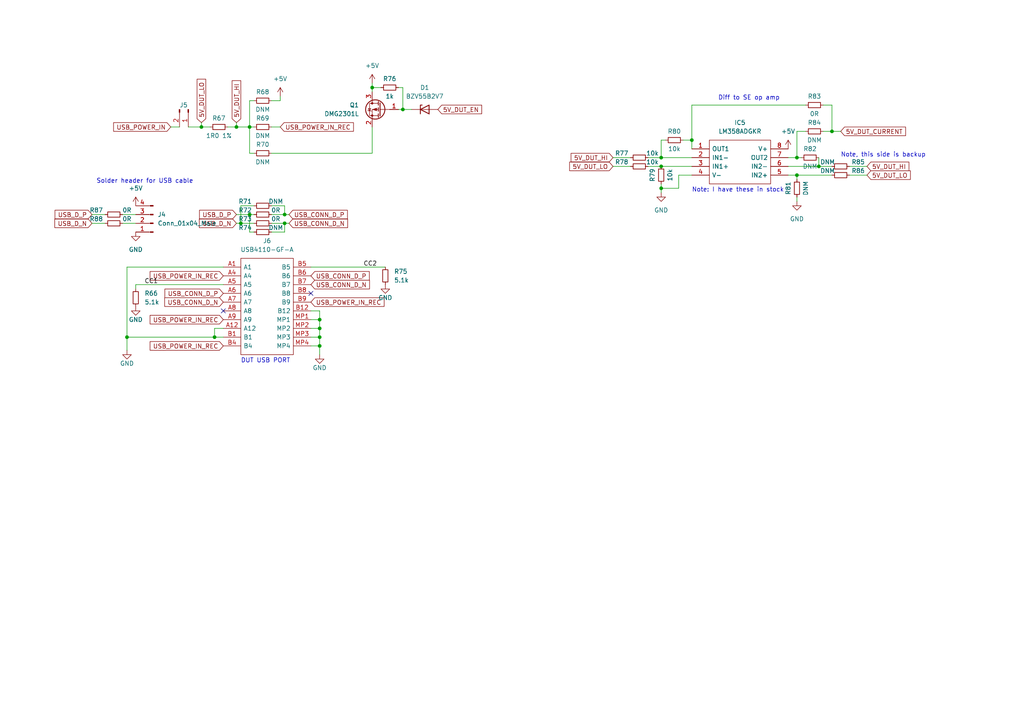
<source format=kicad_sch>
(kicad_sch (version 20211123) (generator eeschema)
  (paper "A4")
  (lib_symbols
    (symbol "Connector:Conn_01x02_Male" (pin_names (offset 1.016) hide)
      (property "Reference" "J" (at 0 2.54 0))
      (property "Value" "Conn_01x02_Male" (at 0 -5.08 0))
      (symbol "Conn_01x02_Male_1_1"
        (polyline (pts (xy 1.27 -2.54) (xy 0.8636 -2.54)) (stroke (width 0.1524)))
        (polyline (pts (xy 1.27 0) (xy 0.8636 0)) (stroke (width 0.1524)))
        (rectangle (start 0.8636 -2.413) (end 0 -2.667) (stroke (width 0.1524)) (fill (type outline)))
        (rectangle (start 0.8636 0.127) (end 0 -0.127) (stroke (width 0.1524)) (fill (type outline)))
        (pin passive line (at 5.08 0 180) (length 3.81) (name "Pin_1") (number "1"))
        (pin passive line (at 5.08 -2.54 180) (length 3.81) (name "Pin_2") (number "2"))
      )
    )
    (symbol "Connector:Conn_01x04_Male" (pin_names (offset 1.016) hide)
      (property "Reference" "J" (at 0 5.08 0))
      (property "Value" "Conn_01x04_Male" (at 0 -7.62 0))
      (symbol "Conn_01x04_Male_1_1"
        (polyline (pts (xy 1.27 -5.08) (xy 0.8636 -5.08)) (stroke (width 0.1524)))
        (polyline (pts (xy 1.27 -2.54) (xy 0.8636 -2.54)) (stroke (width 0.1524)))
        (polyline (pts (xy 1.27 0) (xy 0.8636 0)) (stroke (width 0.1524)))
        (polyline (pts (xy 1.27 2.54) (xy 0.8636 2.54)) (stroke (width 0.1524)))
        (rectangle (start 0.8636 -4.953) (end 0 -5.207) (stroke (width 0.1524)) (fill (type outline)))
        (rectangle (start 0.8636 -2.413) (end 0 -2.667) (stroke (width 0.1524)) (fill (type outline)))
        (rectangle (start 0.8636 0.127) (end 0 -0.127) (stroke (width 0.1524)) (fill (type outline)))
        (rectangle (start 0.8636 2.667) (end 0 2.413) (stroke (width 0.1524)) (fill (type outline)))
        (pin passive line (at 5.08 2.54 180) (length 3.81) (name "Pin_1") (number "1"))
        (pin passive line (at 5.08 0 180) (length 3.81) (name "Pin_2") (number "2"))
        (pin passive line (at 5.08 -2.54 180) (length 3.81) (name "Pin_3") (number "3"))
        (pin passive line (at 5.08 -5.08 180) (length 3.81) (name "Pin_4") (number "4"))
      )
    )
    (symbol "Device:R_Small" (pin_numbers hide) (pin_names (offset 0.254) hide)
      (property "Reference" "R" (at 0.762 0.508 0))
      (property "Value" "R_Small" (at 0.762 -1.016 0))
      (symbol "R_Small_0_1"
        (rectangle (start -0.762 1.778) (end 0.762 -1.778) (stroke (width 0.2032)))
      )
      (symbol "R_Small_1_1"
        (pin passive line (at 0 2.54 270) (length 0.762) (name "~") (number "1"))
        (pin passive line (at 0 -2.54 90) (length 0.762) (name "~") (number "2"))
      )
    )
    (symbol "Diode:BZV55B2V7" (pin_numbers hide) (pin_names (offset 1.016) hide)
      (property "Reference" "D" (at 0 2.54 0))
      (property "Value" "BZV55B2V7" (at 0 -2.54 0))
      (symbol "BZV55B2V7_0_1"
        (polyline (pts (xy 1.27 0) (xy -1.27 0)))
        (polyline (pts (xy -1.27 -1.27) (xy -1.27 1.27) (xy -0.762 1.27)) (stroke (width 0.254)))
        (polyline (pts (xy 1.27 -1.27) (xy 1.27 1.27) (xy -1.27 0) (xy 1.27 -1.27)) (stroke (width 0.254)))
      )
      (symbol "BZV55B2V7_1_1"
        (pin passive line (at -3.81 0 0) (length 2.54) (name "K") (number "1"))
        (pin passive line (at 3.81 0 180) (length 2.54) (name "A") (number "2"))
      )
    )
    (symbol "SamacSys_Parts:LM358ADGKR" (pin_names (offset 0.762))
      (property "Reference" "IC" (at 24.13 7.62 0))
      (property "Value" "LM358ADGKR" (at 24.13 5.08 0))
      (symbol "LM358ADGKR_0_0"
        (pin passive line (at 0 0 0) (length 5.08) (name "OUT1") (number "1"))
        (pin passive line (at 0 -2.54 0) (length 5.08) (name "IN1-") (number "2"))
        (pin passive line (at 0 -5.08 0) (length 5.08) (name "IN1+") (number "3"))
        (pin passive line (at 0 -7.62 0) (length 5.08) (name "V-") (number "4"))
        (pin passive line (at 27.94 -7.62 180) (length 5.08) (name "IN2+") (number "5"))
        (pin passive line (at 27.94 -5.08 180) (length 5.08) (name "IN2-") (number "6"))
        (pin passive line (at 27.94 -2.54 180) (length 5.08) (name "OUT2") (number "7"))
        (pin passive line (at 27.94 0 180) (length 5.08) (name "V+") (number "8"))
      )
      (symbol "LM358ADGKR_0_1"
        (polyline (pts (xy 5.08 2.54) (xy 22.86 2.54) (xy 22.86 -10.16) (xy 5.08 -10.16) (xy 5.08 2.54)) (stroke (width 0.1524)))
      )
    )
    (symbol "SamacSys_Parts:USB4110-GF-A" (pin_names (offset 0.762))
      (property "Reference" "J" (at 21.59 7.62 0))
      (property "Value" "USB4110-GF-A" (at 21.59 5.08 0))
      (symbol "USB4110-GF-A_0_0"
        (pin passive line (at 0 0 0) (length 5.08) (name "A1") (number "A1"))
        (pin passive line (at 0 -17.78 0) (length 5.08) (name "A12") (number "A12"))
        (pin passive line (at 0 -2.54 0) (length 5.08) (name "A4") (number "A4"))
        (pin passive line (at 0 -5.08 0) (length 5.08) (name "A5") (number "A5"))
        (pin passive line (at 0 -7.62 0) (length 5.08) (name "A6") (number "A6"))
        (pin passive line (at 0 -10.16 0) (length 5.08) (name "A7") (number "A7"))
        (pin passive line (at 0 -12.7 0) (length 5.08) (name "A8") (number "A8"))
        (pin passive line (at 0 -15.24 0) (length 5.08) (name "A9") (number "A9"))
        (pin passive line (at 0 -20.32 0) (length 5.08) (name "B1") (number "B1"))
        (pin passive line (at 25.4 -12.7 180) (length 5.08) (name "B12") (number "B12"))
        (pin passive line (at 0 -22.86 0) (length 5.08) (name "B4") (number "B4"))
        (pin passive line (at 25.4 0 180) (length 5.08) (name "B5") (number "B5"))
        (pin passive line (at 25.4 -2.54 180) (length 5.08) (name "B6") (number "B6"))
        (pin passive line (at 25.4 -5.08 180) (length 5.08) (name "B7") (number "B7"))
        (pin passive line (at 25.4 -7.62 180) (length 5.08) (name "B8") (number "B8"))
        (pin passive line (at 25.4 -10.16 180) (length 5.08) (name "B9") (number "B9"))
        (pin passive line (at 25.4 -15.24 180) (length 5.08) (name "MP1") (number "MP1"))
        (pin passive line (at 25.4 -17.78 180) (length 5.08) (name "MP2") (number "MP2"))
        (pin passive line (at 25.4 -20.32 180) (length 5.08) (name "MP3") (number "MP3"))
        (pin passive line (at 25.4 -22.86 180) (length 5.08) (name "MP4") (number "MP4"))
      )
      (symbol "USB4110-GF-A_0_1"
        (polyline (pts (xy 5.08 2.54) (xy 20.32 2.54) (xy 20.32 -25.4) (xy 5.08 -25.4) (xy 5.08 2.54)) (stroke (width 0.1524)))
      )
    )
    (symbol "Transistor_FET:DMG2301L" (pin_names hide)
      (property "Reference" "Q" (at 5.08 1.905 0))
      (property "Value" "DMG2301L" (at 5.08 0 0))
      (symbol "DMG2301L_0_1"
        (polyline (pts (xy 0.254 0) (xy -2.54 0)))
        (polyline (pts (xy 0.254 1.905) (xy 0.254 -1.905)) (stroke (width 0.254)))
        (polyline (pts (xy 0.762 -1.27) (xy 0.762 -2.286)) (stroke (width 0.254)))
        (polyline (pts (xy 0.762 0.508) (xy 0.762 -0.508)) (stroke (width 0.254)))
        (polyline (pts (xy 0.762 2.286) (xy 0.762 1.27)) (stroke (width 0.254)))
        (polyline (pts (xy 2.54 2.54) (xy 2.54 1.778)))
        (polyline (pts (xy 2.54 -2.54) (xy 2.54 0) (xy 0.762 0)))
        (polyline (pts (xy 0.762 1.778) (xy 3.302 1.778) (xy 3.302 -1.778) (xy 0.762 -1.778)))
        (polyline (pts (xy 2.286 0) (xy 1.27 0.381) (xy 1.27 -0.381) (xy 2.286 0)) (fill (type outline)))
        (polyline (pts (xy 2.794 -0.508) (xy 2.921 -0.381) (xy 3.683 -0.381) (xy 3.81 -0.254)))
        (polyline (pts (xy 3.302 -0.381) (xy 2.921 0.254) (xy 3.683 0.254) (xy 3.302 -0.381)))
        (circle (center 1.651 0) (radius 2.794) (stroke (width 0.254)))
        (circle (center 2.54 -1.778) (radius 0.254) (fill (type outline)))
        (circle (center 2.54 1.778) (radius 0.254) (fill (type outline)))
      )
      (symbol "DMG2301L_1_1"
        (pin input line (at -5.08 0 0) (length 2.54) (name "G") (number "1"))
        (pin passive line (at 2.54 -5.08 90) (length 2.54) (name "S") (number "2"))
        (pin passive line (at 2.54 5.08 270) (length 2.54) (name "D") (number "3"))
      )
    )
    (symbol "power:+5V" (power) (pin_names (offset 0))
      (property "Value" "+5V" (at 0 3.556 0))
      (symbol "+5V_0_1"
        (polyline (pts (xy -0.762 1.27) (xy 0 2.54)))
        (polyline (pts (xy 0 0) (xy 0 2.54)))
        (polyline (pts (xy 0 2.54) (xy 0.762 1.27)))
      )
      (symbol "+5V_1_1"
        (pin power_in line (at 0 0 90) (length 0) hide (name "+5V") (number "1"))
      )
    )
    (symbol "power:GND" (power) (pin_names (offset 0))
      (property "Value" "GND" (at 0 -3.81 0))
      (symbol "GND_0_1"
        (polyline (pts (xy 0 0) (xy 0 -1.27) (xy 1.27 -1.27) (xy 0 -2.54) (xy -1.27 -1.27) (xy 0 -1.27)))
      )
      (symbol "GND_1_1"
        (pin power_in line (at 0 0 270) (length 0) hide (name "GND") (number "1"))
      )
    )
  )
  (junction (at 92.71 100.33))
  (junction (at 191.77 45.72))
  (junction (at 241.3 38.1))
  (junction (at 237.49 48.26))
  (junction (at 36.83 97.79))
  (junction (at 69.85 64.77))
  (junction (at 72.39 36.83))
  (junction (at 68.58 36.83))
  (junction (at 231.14 45.72))
  (junction (at 191.77 48.26))
  (junction (at 107.95 25.4))
  (junction (at 92.71 92.71))
  (junction (at 62.23 97.79))
  (junction (at 200.66 40.64))
  (junction (at 116.84 31.75))
  (junction (at 92.71 97.79))
  (junction (at 72.39 62.23))
  (junction (at 92.71 95.25))
  (junction (at 191.77 54.61))
  (junction (at 82.55 64.77))
  (junction (at 231.14 50.8))
  (junction (at 82.55 62.23))
  (junction (at 58.42 36.83))
  (no_connect (at 64.77 90.17))
  (no_connect (at 90.17 85.09))
  (wire (pts (xy 78.74 36.83) (xy 81.28 36.83)))
  (wire (pts (xy 69.85 64.77) (xy 73.66 64.77)))
  (wire (pts (xy 26.67 62.23) (xy 30.48 62.23)))
  (wire (pts (xy 237.49 45.72) (xy 237.49 48.26)))
  (wire (pts (xy 64.77 82.55) (xy 39.37 82.55)))
  (wire (pts (xy 58.42 35.56) (xy 58.42 36.83)))
  (wire (pts (xy 177.8 45.72) (xy 182.88 45.72)))
  (wire (pts (xy 69.85 64.77) (xy 69.85 59.69)))
  (wire (pts (xy 36.83 77.47) (xy 64.77 77.47)))
  (wire (pts (xy 116.84 31.75) (xy 119.38 31.75)))
  (wire (pts (xy 200.66 43.18) (xy 200.66 40.64)))
  (wire (pts (xy 241.3 48.26) (xy 237.49 48.26)))
  (wire (pts (xy 241.3 38.1) (xy 243.84 38.1)))
  (wire (pts (xy 35.56 64.77) (xy 39.37 64.77)))
  (wire (pts (xy 39.37 82.55) (xy 39.37 83.82)))
  (wire (pts (xy 92.71 92.71) (xy 92.71 90.17)))
  (wire (pts (xy 35.56 62.23) (xy 39.37 62.23)))
  (wire (pts (xy 62.23 95.25) (xy 62.23 97.79)))
  (wire (pts (xy 64.77 95.25) (xy 62.23 95.25)))
  (wire (pts (xy 90.17 97.79) (xy 92.71 97.79)))
  (wire (pts (xy 68.58 62.23) (xy 72.39 62.23)))
  (wire (pts (xy 241.3 38.1) (xy 238.76 38.1)))
  (wire (pts (xy 107.95 44.45) (xy 107.95 36.83)))
  (wire (pts (xy 92.71 102.87) (xy 92.71 100.33)))
  (wire (pts (xy 191.77 53.34) (xy 191.77 54.61)))
  (wire (pts (xy 193.04 40.64) (xy 191.77 40.64)))
  (wire (pts (xy 78.74 59.69) (xy 82.55 59.69)))
  (wire (pts (xy 78.74 64.77) (xy 82.55 64.77)))
  (wire (pts (xy 238.76 30.48) (xy 241.3 30.48)))
  (wire (pts (xy 200.66 40.64) (xy 198.12 40.64)))
  (wire (pts (xy 191.77 45.72) (xy 200.66 45.72)))
  (wire (pts (xy 72.39 36.83) (xy 72.39 44.45)))
  (wire (pts (xy 231.14 45.72) (xy 228.6 45.72)))
  (wire (pts (xy 107.95 24.13) (xy 107.95 25.4)))
  (wire (pts (xy 177.8 48.26) (xy 182.88 48.26)))
  (wire (pts (xy 116.84 31.75) (xy 115.57 31.75)))
  (wire (pts (xy 191.77 48.26) (xy 200.66 48.26)))
  (wire (pts (xy 196.85 50.8) (xy 200.66 50.8)))
  (wire (pts (xy 72.39 62.23) (xy 73.66 62.23)))
  (wire (pts (xy 251.46 48.26) (xy 246.38 48.26)))
  (wire (pts (xy 90.17 77.47) (xy 111.76 77.47)))
  (wire (pts (xy 231.14 45.72) (xy 231.14 38.1)))
  (wire (pts (xy 78.74 67.31) (xy 82.55 67.31)))
  (wire (pts (xy 72.39 67.31) (xy 72.39 62.23)))
  (wire (pts (xy 49.53 36.83) (xy 52.07 36.83)))
  (wire (pts (xy 90.17 100.33) (xy 92.71 100.33)))
  (wire (pts (xy 187.96 48.26) (xy 191.77 48.26)))
  (wire (pts (xy 72.39 44.45) (xy 73.66 44.45)))
  (wire (pts (xy 251.46 50.8) (xy 246.38 50.8)))
  (wire (pts (xy 62.23 97.79) (xy 64.77 97.79)))
  (wire (pts (xy 90.17 95.25) (xy 92.71 95.25)))
  (wire (pts (xy 82.55 67.31) (xy 82.55 64.77)))
  (wire (pts (xy 81.28 29.21) (xy 78.74 29.21)))
  (wire (pts (xy 241.3 30.48) (xy 241.3 38.1)))
  (wire (pts (xy 36.83 97.79) (xy 36.83 77.47)))
  (wire (pts (xy 69.85 59.69) (xy 73.66 59.69)))
  (wire (pts (xy 200.66 30.48) (xy 233.68 30.48)))
  (wire (pts (xy 92.71 97.79) (xy 92.71 95.25)))
  (wire (pts (xy 92.71 90.17) (xy 90.17 90.17)))
  (wire (pts (xy 92.71 95.25) (xy 92.71 92.71)))
  (wire (pts (xy 68.58 64.77) (xy 69.85 64.77)))
  (wire (pts (xy 36.83 101.6) (xy 36.83 97.79)))
  (wire (pts (xy 68.58 36.83) (xy 72.39 36.83)))
  (wire (pts (xy 231.14 52.07) (xy 231.14 50.8)))
  (wire (pts (xy 72.39 29.21) (xy 72.39 36.83)))
  (wire (pts (xy 187.96 45.72) (xy 191.77 45.72)))
  (wire (pts (xy 92.71 100.33) (xy 92.71 97.79)))
  (wire (pts (xy 116.84 25.4) (xy 116.84 31.75)))
  (wire (pts (xy 107.95 25.4) (xy 110.49 25.4)))
  (wire (pts (xy 73.66 29.21) (xy 72.39 29.21)))
  (wire (pts (xy 36.83 97.79) (xy 62.23 97.79)))
  (wire (pts (xy 82.55 59.69) (xy 82.55 62.23)))
  (wire (pts (xy 107.95 25.4) (xy 107.95 26.67)))
  (wire (pts (xy 191.77 54.61) (xy 196.85 54.61)))
  (wire (pts (xy 115.57 25.4) (xy 116.84 25.4)))
  (wire (pts (xy 241.3 50.8) (xy 231.14 50.8)))
  (wire (pts (xy 231.14 50.8) (xy 228.6 50.8)))
  (wire (pts (xy 72.39 36.83) (xy 73.66 36.83)))
  (wire (pts (xy 196.85 54.61) (xy 196.85 50.8)))
  (wire (pts (xy 81.28 27.94) (xy 81.28 29.21)))
  (wire (pts (xy 26.67 64.77) (xy 30.48 64.77)))
  (wire (pts (xy 200.66 40.64) (xy 200.66 30.48)))
  (wire (pts (xy 82.55 62.23) (xy 83.82 62.23)))
  (wire (pts (xy 82.55 64.77) (xy 83.82 64.77)))
  (wire (pts (xy 90.17 92.71) (xy 92.71 92.71)))
  (wire (pts (xy 237.49 48.26) (xy 228.6 48.26)))
  (wire (pts (xy 191.77 40.64) (xy 191.77 45.72)))
  (wire (pts (xy 191.77 54.61) (xy 191.77 55.88)))
  (wire (pts (xy 231.14 38.1) (xy 233.68 38.1)))
  (wire (pts (xy 78.74 44.45) (xy 107.95 44.45)))
  (wire (pts (xy 231.14 57.15) (xy 231.14 58.42)))
  (wire (pts (xy 58.42 36.83) (xy 60.96 36.83)))
  (wire (pts (xy 68.58 35.56) (xy 68.58 36.83)))
  (wire (pts (xy 73.66 67.31) (xy 72.39 67.31)))
  (wire (pts (xy 66.04 36.83) (xy 68.58 36.83)))
  (wire (pts (xy 232.41 45.72) (xy 231.14 45.72)))
  (wire (pts (xy 78.74 62.23) (xy 82.55 62.23)))
  (wire (pts (xy 54.61 36.83) (xy 58.42 36.83)))
  (text "Solder header for USB cable" (at 27.94 53.34 0) (effects (font (size 1.27 1.27)) (justify left bottom)))
  (text "DUT USB PORT" (at 69.85 105.41 0) (effects (font (size 1.27 1.27)) (justify left bottom)))
  (text "Note, this side is backup" (at 243.84 45.72 0) (effects (font (size 1.27 1.27)) (justify left bottom)))
  (text "Diff to SE op amp" (at 208.28 29.21 0) (effects (font (size 1.27 1.27)) (justify left bottom)))
  (text "Note: I have these in stock" (at 200.66 55.88 0) (effects (font (size 1.27 1.27)) (justify left bottom)))
  (label "CC1" (at 41.91 82.55 0))
  (label "CC2" (at 105.41 77.47 0))
  (global_label "USB_CONN_D_N" (shape input) (at 64.77 87.63 180) (property "Intersheet References" "${INTERSHEET_REFS}" (effects hide)))
  (global_label "USB_D_P" (shape input) (at 68.58 62.23 180) (property "Intersheet References" "${INTERSHEET_REFS}" (effects hide)))
  (global_label "USB_CONN_D_P" (shape input) (at 90.17 80.01 0) (property "Intersheet References" "${INTERSHEET_REFS}" (effects hide)))
  (global_label "5V_DUT_CURRENT" (shape input) (at 243.84 38.1 0) (property "Intersheet References" "${INTERSHEET_REFS}" (effects hide)))
  (global_label "USB_POWER_IN_REC" (shape input) (at 64.77 92.71 180) (property "Intersheet References" "${INTERSHEET_REFS}" (effects hide)))
  (global_label "USB_CONN_D_N" (shape input) (at 90.17 82.55 0) (property "Intersheet References" "${INTERSHEET_REFS}" (effects hide)))
  (global_label "USB_POWER_IN" (shape input) (at 49.53 36.83 180) (property "Intersheet References" "${INTERSHEET_REFS}" (effects hide)))
  (global_label "5V_DUT_LO" (shape input) (at 177.8 48.26 180) (property "Intersheet References" "${INTERSHEET_REFS}" (effects hide)))
  (global_label "USB_POWER_IN_REC" (shape input) (at 64.77 100.33 180) (property "Intersheet References" "${INTERSHEET_REFS}" (effects hide)))
  (global_label "5V_DUT_LO" (shape input) (at 58.42 35.56 90) (property "Intersheet References" "${INTERSHEET_REFS}" (effects hide)))
  (global_label "USB_CONN_D_P" (shape input) (at 64.77 85.09 180) (property "Intersheet References" "${INTERSHEET_REFS}" (effects hide)))
  (global_label "5V_DUT_EN" (shape input) (at 127 31.75 0) (property "Intersheet References" "${INTERSHEET_REFS}" (effects hide)))
  (global_label "USB_CONN_D_P" (shape input) (at 83.82 62.23 0) (property "Intersheet References" "${INTERSHEET_REFS}" (effects hide)))
  (global_label "5V_DUT_LO" (shape input) (at 251.46 50.8 0) (property "Intersheet References" "${INTERSHEET_REFS}" (effects hide)))
  (global_label "5V_DUT_HI" (shape input) (at 251.46 48.26 0) (property "Intersheet References" "${INTERSHEET_REFS}" (effects hide)))
  (global_label "USB_D_N" (shape input) (at 68.58 64.77 180) (property "Intersheet References" "${INTERSHEET_REFS}" (effects hide)))
  (global_label "5V_DUT_HI" (shape input) (at 68.58 35.56 90) (property "Intersheet References" "${INTERSHEET_REFS}" (effects hide)))
  (global_label "USB_POWER_IN_REC" (shape input) (at 81.28 36.83 0) (property "Intersheet References" "${INTERSHEET_REFS}" (effects hide)))
  (global_label "USB_POWER_IN_REC" (shape input) (at 90.17 87.63 0) (property "Intersheet References" "${INTERSHEET_REFS}" (effects hide)))
  (global_label "USB_CONN_D_N" (shape input) (at 83.82 64.77 0) (property "Intersheet References" "${INTERSHEET_REFS}" (effects hide)))
  (global_label "USB_D_N" (shape input) (at 26.67 64.77 180) (property "Intersheet References" "${INTERSHEET_REFS}" (effects hide)))
  (global_label "5V_DUT_HI" (shape input) (at 177.8 45.72 180) (property "Intersheet References" "${INTERSHEET_REFS}" (effects hide)))
  (global_label "USB_D_P" (shape input) (at 26.67 62.23 180) (property "Intersheet References" "${INTERSHEET_REFS}" (effects hide)))
  (global_label "USB_POWER_IN_REC" (shape input) (at 64.77 80.01 180) (property "Intersheet References" "${INTERSHEET_REFS}" (effects hide)))
  (symbol (lib_id "Connector:Conn_01x02_Male") (at 54.61 31.75 270) (unit 1)
    (property "Reference" "J5" (at 52.07 30.48 90) (effects (justify left)))
    (property "Value" "Conn_01x02_Male" (effects hide))
    (property "Footprint" "Connector_PinHeader_2.54mm:PinHeader_1x02_P2.54mm_Vertical" (effects hide))
  )
  (symbol (lib_id "Device:R_Small") (at 76.2 59.69 90) (unit 1)
    (property "Reference" "R71" (at 71.12 58.42 90))
    (property "Value" "DNM" (at 80.01 58.42 90))
    (property "Footprint" "Resistor_SMD:R_0603_1608Metric" (effects hide))
  )
  (symbol (lib_id "power:+5V") (at 107.95 24.13 0) (unit 1)
    (property "Reference" "#PWR0156" (effects hide))
    (property "Value" "+5V" (at 107.95 19.05 0))
  )
  (symbol (lib_id "Device:R_Small") (at 243.84 50.8 90) (mirror x) (unit 1)
    (property "Reference" "R86" (at 248.92 49.53 90))
    (property "Value" "DNM" (at 240.03 49.53 90))
    (property "Footprint" "Resistor_SMD:R_0402_1005Metric" (effects hide))
  )
  (symbol (lib_id "power:GND") (at 39.37 88.9 0) (unit 1)
    (property "Reference" "#PWR0152" (effects hide))
    (property "Value" "GND" (at 39.37 92.71 0))
  )
  (symbol (lib_id "Device:R_Small") (at 63.5 36.83 270) (unit 1)
    (property "Reference" "R67" (at 63.5 34.29 90))
    (property "Value" "1R0 1%" (at 63.5 39.37 90))
    (property "Footprint" "Resistor_SMD:R_0603_1608Metric" (effects hide))
  )
  (symbol (lib_id "Device:R_Small") (at 234.95 45.72 90) (mirror x) (unit 1)
    (property "Reference" "R82" (at 234.95 43.18 90))
    (property "Value" "DNM" (at 234.95 48.26 90))
    (property "Footprint" "Resistor_SMD:R_0402_1005Metric" (effects hide))
  )
  (symbol (lib_id "Device:R_Small") (at 76.2 67.31 90) (unit 1)
    (property "Reference" "R74" (at 71.12 66.04 90))
    (property "Value" "DNM" (at 80.01 66.04 90))
    (property "Footprint" "Resistor_SMD:R_0603_1608Metric" (effects hide))
  )
  (symbol (lib_id "Device:R_Small") (at 185.42 48.26 270) (unit 1)
    (property "Reference" "R78" (at 180.34 46.99 90))
    (property "Value" "10k" (at 189.23 46.99 90))
    (property "Footprint" "Resistor_SMD:R_0402_1005Metric" (effects hide))
  )
  (symbol (lib_id "Device:R_Small") (at 236.22 30.48 270) (unit 1)
    (property "Reference" "R83" (at 236.22 27.94 90))
    (property "Value" "0R" (at 236.22 33.02 90))
    (property "Footprint" "Resistor_SMD:R_0402_1005Metric" (effects hide))
  )
  (symbol (lib_id "Connector:Conn_01x04_Male") (at 44.45 64.77 180) (unit 1)
    (property "Reference" "J4" (at 45.72 62.2299 0) (effects (justify right)))
    (property "Value" "Conn_01x04_Male" (at 45.72 64.7699 0) (effects (justify right)))
    (property "Footprint" "Connector_PinHeader_2.54mm:PinHeader_1x04_P2.54mm_Vertical" (effects hide))
  )
  (symbol (lib_id "Diode:BZV55B2V7") (at 123.19 31.75 0) (unit 1)
    (property "Reference" "D1" (at 123.19 25.4 0))
    (property "Value" "BZV55B2V7" (at 123.19 27.94 0))
    (property "Footprint" "Diode_SMD:D_MiniMELF" (effects hide))
    (property "Datasheet" "https://assets.nexperia.com/documents/data-sheet/BZV55_SER.pdf" (effects hide))
  )
  (symbol (lib_id "Device:R_Small") (at 76.2 36.83 270) (unit 1)
    (property "Reference" "R69" (at 76.2 34.29 90))
    (property "Value" "DNM" (at 76.2 39.37 90))
    (property "Footprint" "Resistor_SMD:R_0402_1005Metric" (effects hide))
  )
  (symbol (lib_id "Transistor_FET:DMG2301L") (at 110.49 31.75 0) (mirror y) (unit 1)
    (property "Reference" "Q1" (at 104.14 30.4799 0) (effects (justify left)))
    (property "Value" "DMG2301L" (at 104.14 33.0199 0) (effects (justify left)))
    (property "Footprint" "Package_TO_SOT_SMD:SOT-23" (effects hide))
    (property "Datasheet" "https://www.diodes.com/assets/Datasheets/DMG2301L.pdf" (effects hide))
  )
  (symbol (lib_id "Device:R_Small") (at 191.77 50.8 0) (unit 1)
    (property "Reference" "R79" (at 189.23 50.8 90))
    (property "Value" "10k" (at 194.31 50.8 90))
    (property "Footprint" "Resistor_SMD:R_0402_1005Metric" (effects hide))
  )
  (symbol (lib_id "SamacSys_Parts:LM358ADGKR") (at 200.66 43.18 0) (unit 1)
    (property "Reference" "IC5" (at 214.63 35.56 0))
    (property "Value" "LM358ADGKR" (at 214.63 38.1 0))
    (property "Footprint" "SOP65P490X110-8N" (effects hide))
    (property "Datasheet" "http://www.ti.com/lit/gpn/lm358a" (effects hide))
    (property "Description" "Dual improved offset, standard operational amplifier<br />" (effects hide))
    (property "Height" "1.1" (effects hide))
    (property "Mouser Part Number" "595-LM358ADGKR" (effects hide))
    (property "Mouser Price/Stock" "https://www.mouser.co.uk/ProductDetail/Texas-Instruments/LM358ADGKR?qs=VBduBm9rCJR9ktV5H5OEpA%3D%3D" (effects hide))
    (property "Manufacturer_Name" "Texas Instruments" (effects hide))
    (property "Manufacturer_Part_Number" "LM358ADGKR" (effects hide))
  )
  (symbol (lib_id "Device:R_Small") (at 236.22 38.1 270) (unit 1)
    (property "Reference" "R84" (at 236.22 35.56 90))
    (property "Value" "DNM" (at 236.22 40.64 90))
    (property "Footprint" "Resistor_SMD:R_0402_1005Metric" (effects hide))
  )
  (symbol (lib_id "Device:R_Small") (at 195.58 40.64 270) (unit 1)
    (property "Reference" "R80" (at 195.58 38.1 90))
    (property "Value" "10k" (at 195.58 43.18 90))
    (property "Footprint" "Resistor_SMD:R_0402_1005Metric" (effects hide))
  )
  (symbol (lib_id "power:GND") (at 111.76 82.55 0) (unit 1)
    (property "Reference" "#PWR0154" (effects hide))
    (property "Value" "GND" (at 111.76 86.36 0))
  )
  (symbol (lib_id "power:GND") (at 191.77 55.88 0) (unit 1)
    (property "Reference" "#PWR0157" (effects hide))
    (property "Value" "GND" (at 191.77 60.96 0))
  )
  (symbol (lib_id "Device:R_Small") (at 76.2 62.23 270) (unit 1)
    (property "Reference" "R72" (at 71.12 60.96 90))
    (property "Value" "0R" (at 80.01 60.96 90))
    (property "Footprint" "Resistor_SMD:R_0402_1005Metric" (effects hide))
  )
  (symbol (lib_id "Device:R_Small") (at 243.84 48.26 90) (mirror x) (unit 1)
    (property "Reference" "R85" (at 248.92 46.99 90))
    (property "Value" "DNM" (at 240.03 46.99 90))
    (property "Footprint" "Resistor_SMD:R_0402_1005Metric" (effects hide))
  )
  (symbol (lib_id "Device:R_Small") (at 76.2 29.21 270) (unit 1)
    (property "Reference" "R68" (at 76.2 26.67 90))
    (property "Value" "DNM" (at 76.2 31.75 90))
    (property "Footprint" "Resistor_SMD:R_0402_1005Metric" (effects hide))
  )
  (symbol (lib_id "power:GND") (at 92.71 102.87 0) (unit 1)
    (property "Reference" "#PWR0153" (effects hide))
    (property "Value" "GND" (at 92.71 106.68 0))
  )
  (symbol (lib_id "Device:R_Small") (at 76.2 64.77 270) (unit 1)
    (property "Reference" "R73" (at 71.12 63.5 90))
    (property "Value" "0R" (at 80.01 63.5 90))
    (property "Footprint" "Resistor_SMD:R_0402_1005Metric" (effects hide))
  )
  (symbol (lib_id "power:GND") (at 231.14 58.42 0) (unit 1)
    (property "Reference" "#PWR0159" (effects hide))
    (property "Value" "GND" (at 231.14 63.5 0))
  )
  (symbol (lib_id "Device:R_Small") (at 33.02 62.23 270) (unit 1)
    (property "Reference" "R87" (at 27.94 60.96 90))
    (property "Value" "0R" (at 36.83 60.96 90))
    (property "Footprint" "Resistor_SMD:R_0402_1005Metric" (effects hide))
  )
  (symbol (lib_id "SamacSys_Parts:USB4110-GF-A") (at 64.77 77.47 0) (unit 1)
    (property "Reference" "J6" (at 77.47 69.85 0))
    (property "Value" "USB4110-GF-A" (at 77.47 72.39 0))
    (property "Footprint" "USB4110GFA" (effects hide))
    (property "Datasheet" "https://gct.co/files/drawings/usb4110.pdf" (effects hide))
    (property "Description" "CONN USB 2.0 TYPE-C R/A SMT" (effects hide))
    (property "Height" "3.26" (effects hide))
    (property "Mouser Part Number" "640-USB4110-GF-A" (effects hide))
    (property "Mouser Price/Stock" "https://www.mouser.co.uk/ProductDetail/GCT/USB4110-GF-A?qs=KUoIvG%2F9IlYiZvIXQjyJeA%3D%3D" (effects hide))
    (property "Manufacturer_Name" "GCT (GLOBAL CONNECTOR TECHNOLOGY)" (effects hide))
    (property "Manufacturer_Part_Number" "USB4110-GF-A" (effects hide))
    (property "LCSC" "C5143397" (effects hide))
  )
  (symbol (lib_id "power:+5V") (at 228.6 43.18 0) (unit 1)
    (property "Reference" "#PWR0158" (effects hide))
    (property "Value" "+5V" (at 228.6 38.1 0))
  )
  (symbol (lib_id "power:GND") (at 39.37 67.31 0) (unit 1)
    (property "Reference" "#PWR0160" (effects hide))
    (property "Value" "GND" (at 39.37 72.39 0))
  )
  (symbol (lib_id "Device:R_Small") (at 76.2 44.45 270) (unit 1)
    (property "Reference" "R70" (at 76.2 41.91 90))
    (property "Value" "DNM" (at 76.2 46.99 90))
    (property "Footprint" "Resistor_SMD:R_0402_1005Metric" (effects hide))
  )
  (symbol (lib_id "power:GND") (at 36.83 101.6 0) (unit 1)
    (property "Reference" "#PWR0151" (effects hide))
    (property "Value" "GND" (at 36.83 105.41 0))
  )
  (symbol (lib_id "Device:R_Small") (at 231.14 54.61 0) (unit 1)
    (property "Reference" "R81" (at 228.6 54.61 90))
    (property "Value" "DNM" (at 233.68 54.61 90))
    (property "Footprint" "Resistor_SMD:R_0402_1005Metric" (effects hide))
  )
  (symbol (lib_id "Device:R_Small") (at 113.03 25.4 90) (unit 1)
    (property "Reference" "R76" (at 113.03 22.86 90))
    (property "Value" "1k" (at 113.03 27.94 90))
    (property "Footprint" "Resistor_SMD:R_0402_1005Metric" (effects hide))
  )
  (symbol (lib_id "Device:R_Small") (at 111.76 80.01 0) (unit 1)
    (property "Reference" "R75" (at 114.3 78.7399 0) (effects (justify left)))
    (property "Value" "5.1k" (at 114.3 81.2799 0) (effects (justify left)))
    (property "Footprint" "Resistor_SMD:R_0402_1005Metric" (effects hide))
    (property "LCSC" "C258132" (effects hide))
  )
  (symbol (lib_id "Device:R_Small") (at 185.42 45.72 270) (unit 1)
    (property "Reference" "R77" (at 180.34 44.45 90))
    (property "Value" "10k" (at 189.23 44.45 90))
    (property "Footprint" "Resistor_SMD:R_0402_1005Metric" (effects hide))
  )
  (symbol (lib_id "Device:R_Small") (at 39.37 86.36 0) (unit 1)
    (property "Reference" "R66" (at 41.91 85.0899 0) (effects (justify left)))
    (property "Value" "5.1k" (at 41.91 87.6299 0) (effects (justify left)))
    (property "Footprint" "Resistor_SMD:R_0402_1005Metric" (effects hide))
    (property "LCSC" "C258132" (effects hide))
  )
  (symbol (lib_id "power:+5V") (at 81.28 27.94 0) (unit 1)
    (property "Reference" "#PWR0155" (effects hide))
    (property "Value" "+5V" (at 81.28 22.86 0))
  )
  (symbol (lib_id "Device:R_Small") (at 33.02 64.77 270) (unit 1)
    (property "Reference" "R88" (at 27.94 63.5 90))
    (property "Value" "0R" (at 36.83 63.5 90))
    (property "Footprint" "Resistor_SMD:R_0402_1005Metric" (effects hide))
  )
  (symbol (lib_id "power:+5V") (at 39.37 59.69 0) (unit 1)
    (property "Reference" "#PWR0161" (effects hide))
    (property "Value" "+5V" (at 39.37 54.61 0))
  )
)
</source>
